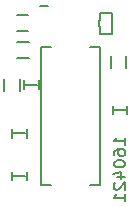
<source format=gbr>
G04 #@! TF.FileFunction,Legend,Bot*
%FSLAX46Y46*%
G04 Gerber Fmt 4.6, Leading zero omitted, Abs format (unit mm)*
G04 Created by KiCad (PCBNEW 4.0.2-stable) date Thu 21 Apr 2016 02:04:47 AM EEST*
%MOMM*%
G01*
G04 APERTURE LIST*
%ADD10C,0.100000*%
%ADD11C,0.200000*%
%ADD12C,0.150000*%
G04 APERTURE END LIST*
D10*
D11*
X148780500Y-101917500D02*
X149479000Y-101917500D01*
X156027381Y-113665262D02*
X156027381Y-113093833D01*
X156027381Y-113379547D02*
X155027381Y-113379547D01*
X155170238Y-113284309D01*
X155265476Y-113189071D01*
X155313095Y-113093833D01*
X155027381Y-114522405D02*
X155027381Y-114331928D01*
X155075000Y-114236690D01*
X155122619Y-114189071D01*
X155265476Y-114093833D01*
X155455952Y-114046214D01*
X155836905Y-114046214D01*
X155932143Y-114093833D01*
X155979762Y-114141452D01*
X156027381Y-114236690D01*
X156027381Y-114427167D01*
X155979762Y-114522405D01*
X155932143Y-114570024D01*
X155836905Y-114617643D01*
X155598810Y-114617643D01*
X155503571Y-114570024D01*
X155455952Y-114522405D01*
X155408333Y-114427167D01*
X155408333Y-114236690D01*
X155455952Y-114141452D01*
X155503571Y-114093833D01*
X155598810Y-114046214D01*
X155027381Y-115236690D02*
X155027381Y-115331929D01*
X155075000Y-115427167D01*
X155122619Y-115474786D01*
X155217857Y-115522405D01*
X155408333Y-115570024D01*
X155646429Y-115570024D01*
X155836905Y-115522405D01*
X155932143Y-115474786D01*
X155979762Y-115427167D01*
X156027381Y-115331929D01*
X156027381Y-115236690D01*
X155979762Y-115141452D01*
X155932143Y-115093833D01*
X155836905Y-115046214D01*
X155646429Y-114998595D01*
X155408333Y-114998595D01*
X155217857Y-115046214D01*
X155122619Y-115093833D01*
X155075000Y-115141452D01*
X155027381Y-115236690D01*
X155360714Y-116427167D02*
X156027381Y-116427167D01*
X154979762Y-116189071D02*
X155694048Y-115950976D01*
X155694048Y-116570024D01*
X155122619Y-116903357D02*
X155075000Y-116950976D01*
X155027381Y-117046214D01*
X155027381Y-117284310D01*
X155075000Y-117379548D01*
X155122619Y-117427167D01*
X155217857Y-117474786D01*
X155313095Y-117474786D01*
X155455952Y-117427167D01*
X156027381Y-116855738D01*
X156027381Y-117474786D01*
X156027381Y-118427167D02*
X156027381Y-117855738D01*
X156027381Y-118141452D02*
X155027381Y-118141452D01*
X155170238Y-118046214D01*
X155265476Y-117950976D01*
X155313095Y-117855738D01*
D12*
X146558000Y-112712500D02*
X147574000Y-112712500D01*
X146466000Y-112362500D02*
X146466000Y-113062500D01*
X147666000Y-113062500D02*
X147666000Y-112362500D01*
X147574000Y-116329500D02*
X146558000Y-116329500D01*
X147666000Y-116679500D02*
X147666000Y-115979500D01*
X146466000Y-115979500D02*
X146466000Y-116679500D01*
X155067000Y-110744000D02*
X156083000Y-110744000D01*
X154975000Y-110394000D02*
X154975000Y-111094000D01*
X156175000Y-111094000D02*
X156175000Y-110394000D01*
X147574000Y-108585000D02*
X148590000Y-108585000D01*
X147482000Y-108235000D02*
X147482000Y-108935000D01*
X148682000Y-108935000D02*
X148682000Y-108235000D01*
X156123000Y-107180000D02*
X156123000Y-106180000D01*
X154773000Y-106180000D02*
X154773000Y-107180000D01*
X153924000Y-103124000D02*
X153924000Y-102489000D01*
X153924000Y-102489000D02*
X154940000Y-102489000D01*
X154940000Y-104267000D02*
X153924000Y-104267000D01*
X153924000Y-104267000D02*
X153924000Y-103632000D01*
X153797000Y-103124000D02*
X153924000Y-103124000D01*
X153924000Y-103632000D02*
X153797000Y-103632000D01*
X154940000Y-102489000D02*
X154940000Y-104267000D01*
X153797000Y-103632000D02*
X153797000Y-103124000D01*
X147106000Y-109085000D02*
X147106000Y-108085000D01*
X145756000Y-108085000D02*
X145756000Y-109085000D01*
X146883500Y-106339000D02*
X147883500Y-106339000D01*
X147883500Y-104989000D02*
X146883500Y-104989000D01*
X147820000Y-102703000D02*
X146820000Y-102703000D01*
X146820000Y-104053000D02*
X147820000Y-104053000D01*
X153883360Y-105402380D02*
X153883360Y-117101620D01*
X148884640Y-117101620D02*
X148884640Y-105402380D01*
X153883360Y-117101620D02*
X153035000Y-117101620D01*
X148884640Y-117101620D02*
X149733000Y-117101620D01*
X153883360Y-105402380D02*
X153035000Y-105402380D01*
X148884640Y-105402380D02*
X149733000Y-105402380D01*
M02*

</source>
